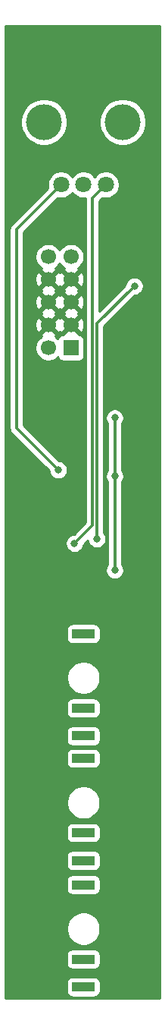
<source format=gbr>
G04 #@! TF.GenerationSoftware,KiCad,Pcbnew,(5.1.5)-3*
G04 #@! TF.CreationDate,2020-05-13T21:41:15+01:00*
G04 #@! TF.ProjectId,Ringo,52696e67-6f2e-46b6-9963-61645f706362,rev?*
G04 #@! TF.SameCoordinates,Original*
G04 #@! TF.FileFunction,Copper,L2,Bot*
G04 #@! TF.FilePolarity,Positive*
%FSLAX46Y46*%
G04 Gerber Fmt 4.6, Leading zero omitted, Abs format (unit mm)*
G04 Created by KiCad (PCBNEW (5.1.5)-3) date 2020-05-13 21:41:15*
%MOMM*%
%LPD*%
G04 APERTURE LIST*
%ADD10C,4.000000*%
%ADD11C,1.800000*%
%ADD12R,2.500000X1.000000*%
%ADD13C,1.700000*%
%ADD14R,1.700000X1.700000*%
%ADD15C,0.800000*%
%ADD16C,0.300000*%
%ADD17C,0.254000*%
G04 APERTURE END LIST*
D10*
X141100000Y-48500000D03*
X149900000Y-48500000D03*
D11*
X143000000Y-55500000D03*
X145500000Y-55500000D03*
X148000000Y-55500000D03*
D12*
X145500000Y-144980000D03*
X145500000Y-141880000D03*
X145500000Y-133580000D03*
D13*
X141560000Y-63540000D03*
X144100000Y-63540000D03*
X141560000Y-66080000D03*
X144100000Y-66080000D03*
X141560000Y-68620000D03*
X144100000Y-68620000D03*
X141560000Y-71160000D03*
X144100000Y-71160000D03*
X141560000Y-73700000D03*
D14*
X144100000Y-73700000D03*
D12*
X145500000Y-116980000D03*
X145500000Y-113880000D03*
X145500000Y-105580000D03*
X145500000Y-130880000D03*
X145500000Y-127780000D03*
X145500000Y-119480000D03*
D15*
X140000000Y-94500000D03*
X142676402Y-87323598D03*
X147000000Y-95000000D03*
X151200000Y-66800000D03*
X149000000Y-98500000D03*
X149000000Y-88000000D03*
X149000000Y-81500000D03*
X144500000Y-95500000D03*
D16*
X142676402Y-87323598D02*
X138000000Y-82647196D01*
X143000000Y-55500000D02*
X138000000Y-60500000D01*
X138000000Y-82647196D02*
X138000000Y-60500000D01*
X147000000Y-71000000D02*
X147000000Y-95000000D01*
X151200000Y-66800000D02*
X147000000Y-71000000D01*
X149000000Y-98500000D02*
X149000000Y-88000000D01*
X149000000Y-88000000D02*
X149000000Y-81500000D01*
X144500000Y-95500000D02*
X146499992Y-93500008D01*
X146499992Y-93500008D02*
X146500000Y-57500000D01*
X146500000Y-57000000D02*
X146500000Y-57500000D01*
X148000000Y-55500000D02*
X146500000Y-57000000D01*
D17*
G36*
X154065001Y-146265000D02*
G01*
X136735000Y-146265000D01*
X136735000Y-144480000D01*
X143611928Y-144480000D01*
X143611928Y-145480000D01*
X143624188Y-145604482D01*
X143660498Y-145724180D01*
X143719463Y-145834494D01*
X143798815Y-145931185D01*
X143895506Y-146010537D01*
X144005820Y-146069502D01*
X144125518Y-146105812D01*
X144250000Y-146118072D01*
X146750000Y-146118072D01*
X146874482Y-146105812D01*
X146994180Y-146069502D01*
X147104494Y-146010537D01*
X147201185Y-145931185D01*
X147280537Y-145834494D01*
X147339502Y-145724180D01*
X147375812Y-145604482D01*
X147388072Y-145480000D01*
X147388072Y-144480000D01*
X147375812Y-144355518D01*
X147339502Y-144235820D01*
X147280537Y-144125506D01*
X147201185Y-144028815D01*
X147104494Y-143949463D01*
X146994180Y-143890498D01*
X146874482Y-143854188D01*
X146750000Y-143841928D01*
X144250000Y-143841928D01*
X144125518Y-143854188D01*
X144005820Y-143890498D01*
X143895506Y-143949463D01*
X143798815Y-144028815D01*
X143719463Y-144125506D01*
X143660498Y-144235820D01*
X143624188Y-144355518D01*
X143611928Y-144480000D01*
X136735000Y-144480000D01*
X136735000Y-141380000D01*
X143611928Y-141380000D01*
X143611928Y-142380000D01*
X143624188Y-142504482D01*
X143660498Y-142624180D01*
X143719463Y-142734494D01*
X143798815Y-142831185D01*
X143895506Y-142910537D01*
X144005820Y-142969502D01*
X144125518Y-143005812D01*
X144250000Y-143018072D01*
X146750000Y-143018072D01*
X146874482Y-143005812D01*
X146994180Y-142969502D01*
X147104494Y-142910537D01*
X147201185Y-142831185D01*
X147280537Y-142734494D01*
X147339502Y-142624180D01*
X147375812Y-142504482D01*
X147388072Y-142380000D01*
X147388072Y-141380000D01*
X147375812Y-141255518D01*
X147339502Y-141135820D01*
X147280537Y-141025506D01*
X147201185Y-140928815D01*
X147104494Y-140849463D01*
X146994180Y-140790498D01*
X146874482Y-140754188D01*
X146750000Y-140741928D01*
X144250000Y-140741928D01*
X144125518Y-140754188D01*
X144005820Y-140790498D01*
X143895506Y-140849463D01*
X143798815Y-140928815D01*
X143719463Y-141025506D01*
X143660498Y-141135820D01*
X143624188Y-141255518D01*
X143611928Y-141380000D01*
X136735000Y-141380000D01*
X136735000Y-138314344D01*
X143615000Y-138314344D01*
X143615000Y-138685656D01*
X143687439Y-139049834D01*
X143829534Y-139392882D01*
X144035825Y-139701618D01*
X144298382Y-139964175D01*
X144607118Y-140170466D01*
X144950166Y-140312561D01*
X145314344Y-140385000D01*
X145685656Y-140385000D01*
X146049834Y-140312561D01*
X146392882Y-140170466D01*
X146701618Y-139964175D01*
X146964175Y-139701618D01*
X147170466Y-139392882D01*
X147312561Y-139049834D01*
X147385000Y-138685656D01*
X147385000Y-138314344D01*
X147312561Y-137950166D01*
X147170466Y-137607118D01*
X146964175Y-137298382D01*
X146701618Y-137035825D01*
X146392882Y-136829534D01*
X146049834Y-136687439D01*
X145685656Y-136615000D01*
X145314344Y-136615000D01*
X144950166Y-136687439D01*
X144607118Y-136829534D01*
X144298382Y-137035825D01*
X144035825Y-137298382D01*
X143829534Y-137607118D01*
X143687439Y-137950166D01*
X143615000Y-138314344D01*
X136735000Y-138314344D01*
X136735000Y-133080000D01*
X143611928Y-133080000D01*
X143611928Y-134080000D01*
X143624188Y-134204482D01*
X143660498Y-134324180D01*
X143719463Y-134434494D01*
X143798815Y-134531185D01*
X143895506Y-134610537D01*
X144005820Y-134669502D01*
X144125518Y-134705812D01*
X144250000Y-134718072D01*
X146750000Y-134718072D01*
X146874482Y-134705812D01*
X146994180Y-134669502D01*
X147104494Y-134610537D01*
X147201185Y-134531185D01*
X147280537Y-134434494D01*
X147339502Y-134324180D01*
X147375812Y-134204482D01*
X147388072Y-134080000D01*
X147388072Y-133080000D01*
X147375812Y-132955518D01*
X147339502Y-132835820D01*
X147280537Y-132725506D01*
X147201185Y-132628815D01*
X147104494Y-132549463D01*
X146994180Y-132490498D01*
X146874482Y-132454188D01*
X146750000Y-132441928D01*
X144250000Y-132441928D01*
X144125518Y-132454188D01*
X144005820Y-132490498D01*
X143895506Y-132549463D01*
X143798815Y-132628815D01*
X143719463Y-132725506D01*
X143660498Y-132835820D01*
X143624188Y-132955518D01*
X143611928Y-133080000D01*
X136735000Y-133080000D01*
X136735000Y-130380000D01*
X143611928Y-130380000D01*
X143611928Y-131380000D01*
X143624188Y-131504482D01*
X143660498Y-131624180D01*
X143719463Y-131734494D01*
X143798815Y-131831185D01*
X143895506Y-131910537D01*
X144005820Y-131969502D01*
X144125518Y-132005812D01*
X144250000Y-132018072D01*
X146750000Y-132018072D01*
X146874482Y-132005812D01*
X146994180Y-131969502D01*
X147104494Y-131910537D01*
X147201185Y-131831185D01*
X147280537Y-131734494D01*
X147339502Y-131624180D01*
X147375812Y-131504482D01*
X147388072Y-131380000D01*
X147388072Y-130380000D01*
X147375812Y-130255518D01*
X147339502Y-130135820D01*
X147280537Y-130025506D01*
X147201185Y-129928815D01*
X147104494Y-129849463D01*
X146994180Y-129790498D01*
X146874482Y-129754188D01*
X146750000Y-129741928D01*
X144250000Y-129741928D01*
X144125518Y-129754188D01*
X144005820Y-129790498D01*
X143895506Y-129849463D01*
X143798815Y-129928815D01*
X143719463Y-130025506D01*
X143660498Y-130135820D01*
X143624188Y-130255518D01*
X143611928Y-130380000D01*
X136735000Y-130380000D01*
X136735000Y-127280000D01*
X143611928Y-127280000D01*
X143611928Y-128280000D01*
X143624188Y-128404482D01*
X143660498Y-128524180D01*
X143719463Y-128634494D01*
X143798815Y-128731185D01*
X143895506Y-128810537D01*
X144005820Y-128869502D01*
X144125518Y-128905812D01*
X144250000Y-128918072D01*
X146750000Y-128918072D01*
X146874482Y-128905812D01*
X146994180Y-128869502D01*
X147104494Y-128810537D01*
X147201185Y-128731185D01*
X147280537Y-128634494D01*
X147339502Y-128524180D01*
X147375812Y-128404482D01*
X147388072Y-128280000D01*
X147388072Y-127280000D01*
X147375812Y-127155518D01*
X147339502Y-127035820D01*
X147280537Y-126925506D01*
X147201185Y-126828815D01*
X147104494Y-126749463D01*
X146994180Y-126690498D01*
X146874482Y-126654188D01*
X146750000Y-126641928D01*
X144250000Y-126641928D01*
X144125518Y-126654188D01*
X144005820Y-126690498D01*
X143895506Y-126749463D01*
X143798815Y-126828815D01*
X143719463Y-126925506D01*
X143660498Y-127035820D01*
X143624188Y-127155518D01*
X143611928Y-127280000D01*
X136735000Y-127280000D01*
X136735000Y-124214344D01*
X143615000Y-124214344D01*
X143615000Y-124585656D01*
X143687439Y-124949834D01*
X143829534Y-125292882D01*
X144035825Y-125601618D01*
X144298382Y-125864175D01*
X144607118Y-126070466D01*
X144950166Y-126212561D01*
X145314344Y-126285000D01*
X145685656Y-126285000D01*
X146049834Y-126212561D01*
X146392882Y-126070466D01*
X146701618Y-125864175D01*
X146964175Y-125601618D01*
X147170466Y-125292882D01*
X147312561Y-124949834D01*
X147385000Y-124585656D01*
X147385000Y-124214344D01*
X147312561Y-123850166D01*
X147170466Y-123507118D01*
X146964175Y-123198382D01*
X146701618Y-122935825D01*
X146392882Y-122729534D01*
X146049834Y-122587439D01*
X145685656Y-122515000D01*
X145314344Y-122515000D01*
X144950166Y-122587439D01*
X144607118Y-122729534D01*
X144298382Y-122935825D01*
X144035825Y-123198382D01*
X143829534Y-123507118D01*
X143687439Y-123850166D01*
X143615000Y-124214344D01*
X136735000Y-124214344D01*
X136735000Y-118980000D01*
X143611928Y-118980000D01*
X143611928Y-119980000D01*
X143624188Y-120104482D01*
X143660498Y-120224180D01*
X143719463Y-120334494D01*
X143798815Y-120431185D01*
X143895506Y-120510537D01*
X144005820Y-120569502D01*
X144125518Y-120605812D01*
X144250000Y-120618072D01*
X146750000Y-120618072D01*
X146874482Y-120605812D01*
X146994180Y-120569502D01*
X147104494Y-120510537D01*
X147201185Y-120431185D01*
X147280537Y-120334494D01*
X147339502Y-120224180D01*
X147375812Y-120104482D01*
X147388072Y-119980000D01*
X147388072Y-118980000D01*
X147375812Y-118855518D01*
X147339502Y-118735820D01*
X147280537Y-118625506D01*
X147201185Y-118528815D01*
X147104494Y-118449463D01*
X146994180Y-118390498D01*
X146874482Y-118354188D01*
X146750000Y-118341928D01*
X144250000Y-118341928D01*
X144125518Y-118354188D01*
X144005820Y-118390498D01*
X143895506Y-118449463D01*
X143798815Y-118528815D01*
X143719463Y-118625506D01*
X143660498Y-118735820D01*
X143624188Y-118855518D01*
X143611928Y-118980000D01*
X136735000Y-118980000D01*
X136735000Y-116480000D01*
X143611928Y-116480000D01*
X143611928Y-117480000D01*
X143624188Y-117604482D01*
X143660498Y-117724180D01*
X143719463Y-117834494D01*
X143798815Y-117931185D01*
X143895506Y-118010537D01*
X144005820Y-118069502D01*
X144125518Y-118105812D01*
X144250000Y-118118072D01*
X146750000Y-118118072D01*
X146874482Y-118105812D01*
X146994180Y-118069502D01*
X147104494Y-118010537D01*
X147201185Y-117931185D01*
X147280537Y-117834494D01*
X147339502Y-117724180D01*
X147375812Y-117604482D01*
X147388072Y-117480000D01*
X147388072Y-116480000D01*
X147375812Y-116355518D01*
X147339502Y-116235820D01*
X147280537Y-116125506D01*
X147201185Y-116028815D01*
X147104494Y-115949463D01*
X146994180Y-115890498D01*
X146874482Y-115854188D01*
X146750000Y-115841928D01*
X144250000Y-115841928D01*
X144125518Y-115854188D01*
X144005820Y-115890498D01*
X143895506Y-115949463D01*
X143798815Y-116028815D01*
X143719463Y-116125506D01*
X143660498Y-116235820D01*
X143624188Y-116355518D01*
X143611928Y-116480000D01*
X136735000Y-116480000D01*
X136735000Y-113380000D01*
X143611928Y-113380000D01*
X143611928Y-114380000D01*
X143624188Y-114504482D01*
X143660498Y-114624180D01*
X143719463Y-114734494D01*
X143798815Y-114831185D01*
X143895506Y-114910537D01*
X144005820Y-114969502D01*
X144125518Y-115005812D01*
X144250000Y-115018072D01*
X146750000Y-115018072D01*
X146874482Y-115005812D01*
X146994180Y-114969502D01*
X147104494Y-114910537D01*
X147201185Y-114831185D01*
X147280537Y-114734494D01*
X147339502Y-114624180D01*
X147375812Y-114504482D01*
X147388072Y-114380000D01*
X147388072Y-113380000D01*
X147375812Y-113255518D01*
X147339502Y-113135820D01*
X147280537Y-113025506D01*
X147201185Y-112928815D01*
X147104494Y-112849463D01*
X146994180Y-112790498D01*
X146874482Y-112754188D01*
X146750000Y-112741928D01*
X144250000Y-112741928D01*
X144125518Y-112754188D01*
X144005820Y-112790498D01*
X143895506Y-112849463D01*
X143798815Y-112928815D01*
X143719463Y-113025506D01*
X143660498Y-113135820D01*
X143624188Y-113255518D01*
X143611928Y-113380000D01*
X136735000Y-113380000D01*
X136735000Y-110314344D01*
X143615000Y-110314344D01*
X143615000Y-110685656D01*
X143687439Y-111049834D01*
X143829534Y-111392882D01*
X144035825Y-111701618D01*
X144298382Y-111964175D01*
X144607118Y-112170466D01*
X144950166Y-112312561D01*
X145314344Y-112385000D01*
X145685656Y-112385000D01*
X146049834Y-112312561D01*
X146392882Y-112170466D01*
X146701618Y-111964175D01*
X146964175Y-111701618D01*
X147170466Y-111392882D01*
X147312561Y-111049834D01*
X147385000Y-110685656D01*
X147385000Y-110314344D01*
X147312561Y-109950166D01*
X147170466Y-109607118D01*
X146964175Y-109298382D01*
X146701618Y-109035825D01*
X146392882Y-108829534D01*
X146049834Y-108687439D01*
X145685656Y-108615000D01*
X145314344Y-108615000D01*
X144950166Y-108687439D01*
X144607118Y-108829534D01*
X144298382Y-109035825D01*
X144035825Y-109298382D01*
X143829534Y-109607118D01*
X143687439Y-109950166D01*
X143615000Y-110314344D01*
X136735000Y-110314344D01*
X136735000Y-105080000D01*
X143611928Y-105080000D01*
X143611928Y-106080000D01*
X143624188Y-106204482D01*
X143660498Y-106324180D01*
X143719463Y-106434494D01*
X143798815Y-106531185D01*
X143895506Y-106610537D01*
X144005820Y-106669502D01*
X144125518Y-106705812D01*
X144250000Y-106718072D01*
X146750000Y-106718072D01*
X146874482Y-106705812D01*
X146994180Y-106669502D01*
X147104494Y-106610537D01*
X147201185Y-106531185D01*
X147280537Y-106434494D01*
X147339502Y-106324180D01*
X147375812Y-106204482D01*
X147388072Y-106080000D01*
X147388072Y-105080000D01*
X147375812Y-104955518D01*
X147339502Y-104835820D01*
X147280537Y-104725506D01*
X147201185Y-104628815D01*
X147104494Y-104549463D01*
X146994180Y-104490498D01*
X146874482Y-104454188D01*
X146750000Y-104441928D01*
X144250000Y-104441928D01*
X144125518Y-104454188D01*
X144005820Y-104490498D01*
X143895506Y-104549463D01*
X143798815Y-104628815D01*
X143719463Y-104725506D01*
X143660498Y-104835820D01*
X143624188Y-104955518D01*
X143611928Y-105080000D01*
X136735000Y-105080000D01*
X136735000Y-60500000D01*
X137211203Y-60500000D01*
X137215001Y-60538563D01*
X137215000Y-82608643D01*
X137211203Y-82647196D01*
X137215000Y-82685749D01*
X137215000Y-82685756D01*
X137226359Y-82801082D01*
X137271246Y-82949055D01*
X137344138Y-83085428D01*
X137442236Y-83204960D01*
X137472190Y-83229543D01*
X141641402Y-87398756D01*
X141641402Y-87425537D01*
X141681176Y-87625496D01*
X141759197Y-87813854D01*
X141872465Y-87983372D01*
X142016628Y-88127535D01*
X142186146Y-88240803D01*
X142374504Y-88318824D01*
X142574463Y-88358598D01*
X142778341Y-88358598D01*
X142978300Y-88318824D01*
X143166658Y-88240803D01*
X143336176Y-88127535D01*
X143480339Y-87983372D01*
X143593607Y-87813854D01*
X143671628Y-87625496D01*
X143711402Y-87425537D01*
X143711402Y-87221659D01*
X143671628Y-87021700D01*
X143593607Y-86833342D01*
X143480339Y-86663824D01*
X143336176Y-86519661D01*
X143166658Y-86406393D01*
X142978300Y-86328372D01*
X142778341Y-86288598D01*
X142751560Y-86288598D01*
X138785000Y-82322039D01*
X138785000Y-73553740D01*
X140075000Y-73553740D01*
X140075000Y-73846260D01*
X140132068Y-74133158D01*
X140244010Y-74403411D01*
X140406525Y-74646632D01*
X140613368Y-74853475D01*
X140856589Y-75015990D01*
X141126842Y-75127932D01*
X141413740Y-75185000D01*
X141706260Y-75185000D01*
X141993158Y-75127932D01*
X142263411Y-75015990D01*
X142506632Y-74853475D01*
X142638487Y-74721620D01*
X142660498Y-74794180D01*
X142719463Y-74904494D01*
X142798815Y-75001185D01*
X142895506Y-75080537D01*
X143005820Y-75139502D01*
X143125518Y-75175812D01*
X143250000Y-75188072D01*
X144950000Y-75188072D01*
X145074482Y-75175812D01*
X145194180Y-75139502D01*
X145304494Y-75080537D01*
X145401185Y-75001185D01*
X145480537Y-74904494D01*
X145539502Y-74794180D01*
X145575812Y-74674482D01*
X145588072Y-74550000D01*
X145588072Y-72850000D01*
X145575812Y-72725518D01*
X145539502Y-72605820D01*
X145480537Y-72495506D01*
X145401185Y-72398815D01*
X145304494Y-72319463D01*
X145194180Y-72260498D01*
X145074482Y-72224188D01*
X144950000Y-72211928D01*
X144941458Y-72211928D01*
X144948792Y-72188397D01*
X144100000Y-71339605D01*
X143251208Y-72188397D01*
X143258542Y-72211928D01*
X143250000Y-72211928D01*
X143125518Y-72224188D01*
X143005820Y-72260498D01*
X142895506Y-72319463D01*
X142798815Y-72398815D01*
X142719463Y-72495506D01*
X142660498Y-72605820D01*
X142638487Y-72678380D01*
X142506632Y-72546525D01*
X142333271Y-72430689D01*
X142408792Y-72188397D01*
X141560000Y-71339605D01*
X140711208Y-72188397D01*
X140786729Y-72430689D01*
X140613368Y-72546525D01*
X140406525Y-72753368D01*
X140244010Y-72996589D01*
X140132068Y-73266842D01*
X140075000Y-73553740D01*
X138785000Y-73553740D01*
X138785000Y-71228531D01*
X140069389Y-71228531D01*
X140111401Y-71518019D01*
X140209081Y-71793747D01*
X140282528Y-71931157D01*
X140531603Y-72008792D01*
X141380395Y-71160000D01*
X141739605Y-71160000D01*
X142588397Y-72008792D01*
X142830000Y-71933486D01*
X143071603Y-72008792D01*
X143920395Y-71160000D01*
X144279605Y-71160000D01*
X145128397Y-72008792D01*
X145377472Y-71931157D01*
X145503371Y-71667117D01*
X145575339Y-71383589D01*
X145590611Y-71091469D01*
X145548599Y-70801981D01*
X145450919Y-70526253D01*
X145377472Y-70388843D01*
X145128397Y-70311208D01*
X144279605Y-71160000D01*
X143920395Y-71160000D01*
X143071603Y-70311208D01*
X142830000Y-70386514D01*
X142588397Y-70311208D01*
X141739605Y-71160000D01*
X141380395Y-71160000D01*
X140531603Y-70311208D01*
X140282528Y-70388843D01*
X140156629Y-70652883D01*
X140084661Y-70936411D01*
X140069389Y-71228531D01*
X138785000Y-71228531D01*
X138785000Y-69648397D01*
X140711208Y-69648397D01*
X140786514Y-69890000D01*
X140711208Y-70131603D01*
X141560000Y-70980395D01*
X142408792Y-70131603D01*
X142333486Y-69890000D01*
X142408792Y-69648397D01*
X143251208Y-69648397D01*
X143326514Y-69890000D01*
X143251208Y-70131603D01*
X144100000Y-70980395D01*
X144948792Y-70131603D01*
X144873486Y-69890000D01*
X144948792Y-69648397D01*
X144100000Y-68799605D01*
X143251208Y-69648397D01*
X142408792Y-69648397D01*
X141560000Y-68799605D01*
X140711208Y-69648397D01*
X138785000Y-69648397D01*
X138785000Y-68688531D01*
X140069389Y-68688531D01*
X140111401Y-68978019D01*
X140209081Y-69253747D01*
X140282528Y-69391157D01*
X140531603Y-69468792D01*
X141380395Y-68620000D01*
X141739605Y-68620000D01*
X142588397Y-69468792D01*
X142830000Y-69393486D01*
X143071603Y-69468792D01*
X143920395Y-68620000D01*
X144279605Y-68620000D01*
X145128397Y-69468792D01*
X145377472Y-69391157D01*
X145503371Y-69127117D01*
X145575339Y-68843589D01*
X145590611Y-68551469D01*
X145548599Y-68261981D01*
X145450919Y-67986253D01*
X145377472Y-67848843D01*
X145128397Y-67771208D01*
X144279605Y-68620000D01*
X143920395Y-68620000D01*
X143071603Y-67771208D01*
X142830000Y-67846514D01*
X142588397Y-67771208D01*
X141739605Y-68620000D01*
X141380395Y-68620000D01*
X140531603Y-67771208D01*
X140282528Y-67848843D01*
X140156629Y-68112883D01*
X140084661Y-68396411D01*
X140069389Y-68688531D01*
X138785000Y-68688531D01*
X138785000Y-67108397D01*
X140711208Y-67108397D01*
X140786514Y-67350000D01*
X140711208Y-67591603D01*
X141560000Y-68440395D01*
X142408792Y-67591603D01*
X142333486Y-67350000D01*
X142408792Y-67108397D01*
X143251208Y-67108397D01*
X143326514Y-67350000D01*
X143251208Y-67591603D01*
X144100000Y-68440395D01*
X144948792Y-67591603D01*
X144873486Y-67350000D01*
X144948792Y-67108397D01*
X144100000Y-66259605D01*
X143251208Y-67108397D01*
X142408792Y-67108397D01*
X141560000Y-66259605D01*
X140711208Y-67108397D01*
X138785000Y-67108397D01*
X138785000Y-66148531D01*
X140069389Y-66148531D01*
X140111401Y-66438019D01*
X140209081Y-66713747D01*
X140282528Y-66851157D01*
X140531603Y-66928792D01*
X141380395Y-66080000D01*
X141739605Y-66080000D01*
X142588397Y-66928792D01*
X142830000Y-66853486D01*
X143071603Y-66928792D01*
X143920395Y-66080000D01*
X144279605Y-66080000D01*
X145128397Y-66928792D01*
X145377472Y-66851157D01*
X145503371Y-66587117D01*
X145575339Y-66303589D01*
X145590611Y-66011469D01*
X145548599Y-65721981D01*
X145450919Y-65446253D01*
X145377472Y-65308843D01*
X145128397Y-65231208D01*
X144279605Y-66080000D01*
X143920395Y-66080000D01*
X143071603Y-65231208D01*
X142830000Y-65306514D01*
X142588397Y-65231208D01*
X141739605Y-66080000D01*
X141380395Y-66080000D01*
X140531603Y-65231208D01*
X140282528Y-65308843D01*
X140156629Y-65572883D01*
X140084661Y-65856411D01*
X140069389Y-66148531D01*
X138785000Y-66148531D01*
X138785000Y-63393740D01*
X140075000Y-63393740D01*
X140075000Y-63686260D01*
X140132068Y-63973158D01*
X140244010Y-64243411D01*
X140406525Y-64486632D01*
X140613368Y-64693475D01*
X140786729Y-64809311D01*
X140711208Y-65051603D01*
X141560000Y-65900395D01*
X142408792Y-65051603D01*
X142333271Y-64809311D01*
X142506632Y-64693475D01*
X142713475Y-64486632D01*
X142830000Y-64312240D01*
X142946525Y-64486632D01*
X143153368Y-64693475D01*
X143326729Y-64809311D01*
X143251208Y-65051603D01*
X144100000Y-65900395D01*
X144948792Y-65051603D01*
X144873271Y-64809311D01*
X145046632Y-64693475D01*
X145253475Y-64486632D01*
X145415990Y-64243411D01*
X145527932Y-63973158D01*
X145585000Y-63686260D01*
X145585000Y-63393740D01*
X145527932Y-63106842D01*
X145415990Y-62836589D01*
X145253475Y-62593368D01*
X145046632Y-62386525D01*
X144803411Y-62224010D01*
X144533158Y-62112068D01*
X144246260Y-62055000D01*
X143953740Y-62055000D01*
X143666842Y-62112068D01*
X143396589Y-62224010D01*
X143153368Y-62386525D01*
X142946525Y-62593368D01*
X142830000Y-62767760D01*
X142713475Y-62593368D01*
X142506632Y-62386525D01*
X142263411Y-62224010D01*
X141993158Y-62112068D01*
X141706260Y-62055000D01*
X141413740Y-62055000D01*
X141126842Y-62112068D01*
X140856589Y-62224010D01*
X140613368Y-62386525D01*
X140406525Y-62593368D01*
X140244010Y-62836589D01*
X140132068Y-63106842D01*
X140075000Y-63393740D01*
X138785000Y-63393740D01*
X138785000Y-60825157D01*
X142620560Y-56989597D01*
X142848816Y-57035000D01*
X143151184Y-57035000D01*
X143447743Y-56976011D01*
X143727095Y-56860299D01*
X143978505Y-56692312D01*
X144192312Y-56478505D01*
X144250000Y-56392169D01*
X144307688Y-56478505D01*
X144521495Y-56692312D01*
X144772905Y-56860299D01*
X145052257Y-56976011D01*
X145348816Y-57035000D01*
X145651184Y-57035000D01*
X145713431Y-57022618D01*
X145715000Y-57038553D01*
X145715000Y-57538561D01*
X145715001Y-57538571D01*
X145714992Y-93174851D01*
X144424843Y-94465000D01*
X144398061Y-94465000D01*
X144198102Y-94504774D01*
X144009744Y-94582795D01*
X143840226Y-94696063D01*
X143696063Y-94840226D01*
X143582795Y-95009744D01*
X143504774Y-95198102D01*
X143465000Y-95398061D01*
X143465000Y-95601939D01*
X143504774Y-95801898D01*
X143582795Y-95990256D01*
X143696063Y-96159774D01*
X143840226Y-96303937D01*
X144009744Y-96417205D01*
X144198102Y-96495226D01*
X144398061Y-96535000D01*
X144601939Y-96535000D01*
X144801898Y-96495226D01*
X144990256Y-96417205D01*
X145159774Y-96303937D01*
X145303937Y-96159774D01*
X145417205Y-95990256D01*
X145495226Y-95801898D01*
X145535000Y-95601939D01*
X145535000Y-95575157D01*
X145972170Y-95137987D01*
X146004774Y-95301898D01*
X146082795Y-95490256D01*
X146196063Y-95659774D01*
X146340226Y-95803937D01*
X146509744Y-95917205D01*
X146698102Y-95995226D01*
X146898061Y-96035000D01*
X147101939Y-96035000D01*
X147301898Y-95995226D01*
X147490256Y-95917205D01*
X147659774Y-95803937D01*
X147803937Y-95659774D01*
X147917205Y-95490256D01*
X147995226Y-95301898D01*
X148035000Y-95101939D01*
X148035000Y-94898061D01*
X147995226Y-94698102D01*
X147917205Y-94509744D01*
X147803937Y-94340226D01*
X147785000Y-94321289D01*
X147785000Y-81398061D01*
X147965000Y-81398061D01*
X147965000Y-81601939D01*
X148004774Y-81801898D01*
X148082795Y-81990256D01*
X148196063Y-82159774D01*
X148215001Y-82178712D01*
X148215000Y-87321289D01*
X148196063Y-87340226D01*
X148082795Y-87509744D01*
X148004774Y-87698102D01*
X147965000Y-87898061D01*
X147965000Y-88101939D01*
X148004774Y-88301898D01*
X148082795Y-88490256D01*
X148196063Y-88659774D01*
X148215001Y-88678712D01*
X148215000Y-97821289D01*
X148196063Y-97840226D01*
X148082795Y-98009744D01*
X148004774Y-98198102D01*
X147965000Y-98398061D01*
X147965000Y-98601939D01*
X148004774Y-98801898D01*
X148082795Y-98990256D01*
X148196063Y-99159774D01*
X148340226Y-99303937D01*
X148509744Y-99417205D01*
X148698102Y-99495226D01*
X148898061Y-99535000D01*
X149101939Y-99535000D01*
X149301898Y-99495226D01*
X149490256Y-99417205D01*
X149659774Y-99303937D01*
X149803937Y-99159774D01*
X149917205Y-98990256D01*
X149995226Y-98801898D01*
X150035000Y-98601939D01*
X150035000Y-98398061D01*
X149995226Y-98198102D01*
X149917205Y-98009744D01*
X149803937Y-97840226D01*
X149785000Y-97821289D01*
X149785000Y-88678711D01*
X149803937Y-88659774D01*
X149917205Y-88490256D01*
X149995226Y-88301898D01*
X150035000Y-88101939D01*
X150035000Y-87898061D01*
X149995226Y-87698102D01*
X149917205Y-87509744D01*
X149803937Y-87340226D01*
X149785000Y-87321289D01*
X149785000Y-82178711D01*
X149803937Y-82159774D01*
X149917205Y-81990256D01*
X149995226Y-81801898D01*
X150035000Y-81601939D01*
X150035000Y-81398061D01*
X149995226Y-81198102D01*
X149917205Y-81009744D01*
X149803937Y-80840226D01*
X149659774Y-80696063D01*
X149490256Y-80582795D01*
X149301898Y-80504774D01*
X149101939Y-80465000D01*
X148898061Y-80465000D01*
X148698102Y-80504774D01*
X148509744Y-80582795D01*
X148340226Y-80696063D01*
X148196063Y-80840226D01*
X148082795Y-81009744D01*
X148004774Y-81198102D01*
X147965000Y-81398061D01*
X147785000Y-81398061D01*
X147785000Y-71325157D01*
X151275158Y-67835000D01*
X151301939Y-67835000D01*
X151501898Y-67795226D01*
X151690256Y-67717205D01*
X151859774Y-67603937D01*
X152003937Y-67459774D01*
X152117205Y-67290256D01*
X152195226Y-67101898D01*
X152235000Y-66901939D01*
X152235000Y-66698061D01*
X152195226Y-66498102D01*
X152117205Y-66309744D01*
X152003937Y-66140226D01*
X151859774Y-65996063D01*
X151690256Y-65882795D01*
X151501898Y-65804774D01*
X151301939Y-65765000D01*
X151098061Y-65765000D01*
X150898102Y-65804774D01*
X150709744Y-65882795D01*
X150540226Y-65996063D01*
X150396063Y-66140226D01*
X150282795Y-66309744D01*
X150204774Y-66498102D01*
X150165000Y-66698061D01*
X150165000Y-66724842D01*
X147284997Y-69604846D01*
X147285000Y-57461440D01*
X147285000Y-57325157D01*
X147620560Y-56989597D01*
X147848816Y-57035000D01*
X148151184Y-57035000D01*
X148447743Y-56976011D01*
X148727095Y-56860299D01*
X148978505Y-56692312D01*
X149192312Y-56478505D01*
X149360299Y-56227095D01*
X149476011Y-55947743D01*
X149535000Y-55651184D01*
X149535000Y-55348816D01*
X149476011Y-55052257D01*
X149360299Y-54772905D01*
X149192312Y-54521495D01*
X148978505Y-54307688D01*
X148727095Y-54139701D01*
X148447743Y-54023989D01*
X148151184Y-53965000D01*
X147848816Y-53965000D01*
X147552257Y-54023989D01*
X147272905Y-54139701D01*
X147021495Y-54307688D01*
X146807688Y-54521495D01*
X146750000Y-54607831D01*
X146692312Y-54521495D01*
X146478505Y-54307688D01*
X146227095Y-54139701D01*
X145947743Y-54023989D01*
X145651184Y-53965000D01*
X145348816Y-53965000D01*
X145052257Y-54023989D01*
X144772905Y-54139701D01*
X144521495Y-54307688D01*
X144307688Y-54521495D01*
X144250000Y-54607831D01*
X144192312Y-54521495D01*
X143978505Y-54307688D01*
X143727095Y-54139701D01*
X143447743Y-54023989D01*
X143151184Y-53965000D01*
X142848816Y-53965000D01*
X142552257Y-54023989D01*
X142272905Y-54139701D01*
X142021495Y-54307688D01*
X141807688Y-54521495D01*
X141639701Y-54772905D01*
X141523989Y-55052257D01*
X141465000Y-55348816D01*
X141465000Y-55651184D01*
X141510403Y-55879440D01*
X137472185Y-59917658D01*
X137442237Y-59942236D01*
X137417659Y-59972184D01*
X137417655Y-59972188D01*
X137384690Y-60012356D01*
X137344139Y-60061767D01*
X137305177Y-60134660D01*
X137271246Y-60198141D01*
X137226359Y-60346114D01*
X137211203Y-60500000D01*
X136735000Y-60500000D01*
X136735000Y-48240475D01*
X138465000Y-48240475D01*
X138465000Y-48759525D01*
X138566261Y-49268601D01*
X138764893Y-49748141D01*
X139053262Y-50179715D01*
X139420285Y-50546738D01*
X139851859Y-50835107D01*
X140331399Y-51033739D01*
X140840475Y-51135000D01*
X141359525Y-51135000D01*
X141868601Y-51033739D01*
X142348141Y-50835107D01*
X142779715Y-50546738D01*
X143146738Y-50179715D01*
X143435107Y-49748141D01*
X143633739Y-49268601D01*
X143735000Y-48759525D01*
X143735000Y-48240475D01*
X147265000Y-48240475D01*
X147265000Y-48759525D01*
X147366261Y-49268601D01*
X147564893Y-49748141D01*
X147853262Y-50179715D01*
X148220285Y-50546738D01*
X148651859Y-50835107D01*
X149131399Y-51033739D01*
X149640475Y-51135000D01*
X150159525Y-51135000D01*
X150668601Y-51033739D01*
X151148141Y-50835107D01*
X151579715Y-50546738D01*
X151946738Y-50179715D01*
X152235107Y-49748141D01*
X152433739Y-49268601D01*
X152535000Y-48759525D01*
X152535000Y-48240475D01*
X152433739Y-47731399D01*
X152235107Y-47251859D01*
X151946738Y-46820285D01*
X151579715Y-46453262D01*
X151148141Y-46164893D01*
X150668601Y-45966261D01*
X150159525Y-45865000D01*
X149640475Y-45865000D01*
X149131399Y-45966261D01*
X148651859Y-46164893D01*
X148220285Y-46453262D01*
X147853262Y-46820285D01*
X147564893Y-47251859D01*
X147366261Y-47731399D01*
X147265000Y-48240475D01*
X143735000Y-48240475D01*
X143633739Y-47731399D01*
X143435107Y-47251859D01*
X143146738Y-46820285D01*
X142779715Y-46453262D01*
X142348141Y-46164893D01*
X141868601Y-45966261D01*
X141359525Y-45865000D01*
X140840475Y-45865000D01*
X140331399Y-45966261D01*
X139851859Y-46164893D01*
X139420285Y-46453262D01*
X139053262Y-46820285D01*
X138764893Y-47251859D01*
X138566261Y-47731399D01*
X138465000Y-48240475D01*
X136735000Y-48240475D01*
X136735000Y-37735000D01*
X154065000Y-37735000D01*
X154065001Y-146265000D01*
G37*
X154065001Y-146265000D02*
X136735000Y-146265000D01*
X136735000Y-144480000D01*
X143611928Y-144480000D01*
X143611928Y-145480000D01*
X143624188Y-145604482D01*
X143660498Y-145724180D01*
X143719463Y-145834494D01*
X143798815Y-145931185D01*
X143895506Y-146010537D01*
X144005820Y-146069502D01*
X144125518Y-146105812D01*
X144250000Y-146118072D01*
X146750000Y-146118072D01*
X146874482Y-146105812D01*
X146994180Y-146069502D01*
X147104494Y-146010537D01*
X147201185Y-145931185D01*
X147280537Y-145834494D01*
X147339502Y-145724180D01*
X147375812Y-145604482D01*
X147388072Y-145480000D01*
X147388072Y-144480000D01*
X147375812Y-144355518D01*
X147339502Y-144235820D01*
X147280537Y-144125506D01*
X147201185Y-144028815D01*
X147104494Y-143949463D01*
X146994180Y-143890498D01*
X146874482Y-143854188D01*
X146750000Y-143841928D01*
X144250000Y-143841928D01*
X144125518Y-143854188D01*
X144005820Y-143890498D01*
X143895506Y-143949463D01*
X143798815Y-144028815D01*
X143719463Y-144125506D01*
X143660498Y-144235820D01*
X143624188Y-144355518D01*
X143611928Y-144480000D01*
X136735000Y-144480000D01*
X136735000Y-141380000D01*
X143611928Y-141380000D01*
X143611928Y-142380000D01*
X143624188Y-142504482D01*
X143660498Y-142624180D01*
X143719463Y-142734494D01*
X143798815Y-142831185D01*
X143895506Y-142910537D01*
X144005820Y-142969502D01*
X144125518Y-143005812D01*
X144250000Y-143018072D01*
X146750000Y-143018072D01*
X146874482Y-143005812D01*
X146994180Y-142969502D01*
X147104494Y-142910537D01*
X147201185Y-142831185D01*
X147280537Y-142734494D01*
X147339502Y-142624180D01*
X147375812Y-142504482D01*
X147388072Y-142380000D01*
X147388072Y-141380000D01*
X147375812Y-141255518D01*
X147339502Y-141135820D01*
X147280537Y-141025506D01*
X147201185Y-140928815D01*
X147104494Y-140849463D01*
X146994180Y-140790498D01*
X146874482Y-140754188D01*
X146750000Y-140741928D01*
X144250000Y-140741928D01*
X144125518Y-140754188D01*
X144005820Y-140790498D01*
X143895506Y-140849463D01*
X143798815Y-140928815D01*
X143719463Y-141025506D01*
X143660498Y-141135820D01*
X143624188Y-141255518D01*
X143611928Y-141380000D01*
X136735000Y-141380000D01*
X136735000Y-138314344D01*
X143615000Y-138314344D01*
X143615000Y-138685656D01*
X143687439Y-139049834D01*
X143829534Y-139392882D01*
X144035825Y-139701618D01*
X144298382Y-139964175D01*
X144607118Y-140170466D01*
X144950166Y-140312561D01*
X145314344Y-140385000D01*
X145685656Y-140385000D01*
X146049834Y-140312561D01*
X146392882Y-140170466D01*
X146701618Y-139964175D01*
X146964175Y-139701618D01*
X147170466Y-139392882D01*
X147312561Y-139049834D01*
X147385000Y-138685656D01*
X147385000Y-138314344D01*
X147312561Y-137950166D01*
X147170466Y-137607118D01*
X146964175Y-137298382D01*
X146701618Y-137035825D01*
X146392882Y-136829534D01*
X146049834Y-136687439D01*
X145685656Y-136615000D01*
X145314344Y-136615000D01*
X144950166Y-136687439D01*
X144607118Y-136829534D01*
X144298382Y-137035825D01*
X144035825Y-137298382D01*
X143829534Y-137607118D01*
X143687439Y-137950166D01*
X143615000Y-138314344D01*
X136735000Y-138314344D01*
X136735000Y-133080000D01*
X143611928Y-133080000D01*
X143611928Y-134080000D01*
X143624188Y-134204482D01*
X143660498Y-134324180D01*
X143719463Y-134434494D01*
X143798815Y-134531185D01*
X143895506Y-134610537D01*
X144005820Y-134669502D01*
X144125518Y-134705812D01*
X144250000Y-134718072D01*
X146750000Y-134718072D01*
X146874482Y-134705812D01*
X146994180Y-134669502D01*
X147104494Y-134610537D01*
X147201185Y-134531185D01*
X147280537Y-134434494D01*
X147339502Y-134324180D01*
X147375812Y-134204482D01*
X147388072Y-134080000D01*
X147388072Y-133080000D01*
X147375812Y-132955518D01*
X147339502Y-132835820D01*
X147280537Y-132725506D01*
X147201185Y-132628815D01*
X147104494Y-132549463D01*
X146994180Y-132490498D01*
X146874482Y-132454188D01*
X146750000Y-132441928D01*
X144250000Y-132441928D01*
X144125518Y-132454188D01*
X144005820Y-132490498D01*
X143895506Y-132549463D01*
X143798815Y-132628815D01*
X143719463Y-132725506D01*
X143660498Y-132835820D01*
X143624188Y-132955518D01*
X143611928Y-133080000D01*
X136735000Y-133080000D01*
X136735000Y-130380000D01*
X143611928Y-130380000D01*
X143611928Y-131380000D01*
X143624188Y-131504482D01*
X143660498Y-131624180D01*
X143719463Y-131734494D01*
X143798815Y-131831185D01*
X143895506Y-131910537D01*
X144005820Y-131969502D01*
X144125518Y-132005812D01*
X144250000Y-132018072D01*
X146750000Y-132018072D01*
X146874482Y-132005812D01*
X146994180Y-131969502D01*
X147104494Y-131910537D01*
X147201185Y-131831185D01*
X147280537Y-131734494D01*
X147339502Y-131624180D01*
X147375812Y-131504482D01*
X147388072Y-131380000D01*
X147388072Y-130380000D01*
X147375812Y-130255518D01*
X147339502Y-130135820D01*
X147280537Y-130025506D01*
X147201185Y-129928815D01*
X147104494Y-129849463D01*
X146994180Y-129790498D01*
X146874482Y-129754188D01*
X146750000Y-129741928D01*
X144250000Y-129741928D01*
X144125518Y-129754188D01*
X144005820Y-129790498D01*
X143895506Y-129849463D01*
X143798815Y-129928815D01*
X143719463Y-130025506D01*
X143660498Y-130135820D01*
X143624188Y-130255518D01*
X143611928Y-130380000D01*
X136735000Y-130380000D01*
X136735000Y-127280000D01*
X143611928Y-127280000D01*
X143611928Y-128280000D01*
X143624188Y-128404482D01*
X143660498Y-128524180D01*
X143719463Y-128634494D01*
X143798815Y-128731185D01*
X143895506Y-128810537D01*
X144005820Y-128869502D01*
X144125518Y-128905812D01*
X144250000Y-128918072D01*
X146750000Y-128918072D01*
X146874482Y-128905812D01*
X146994180Y-128869502D01*
X147104494Y-128810537D01*
X147201185Y-128731185D01*
X147280537Y-128634494D01*
X147339502Y-128524180D01*
X147375812Y-128404482D01*
X147388072Y-128280000D01*
X147388072Y-127280000D01*
X147375812Y-127155518D01*
X147339502Y-127035820D01*
X147280537Y-126925506D01*
X147201185Y-126828815D01*
X147104494Y-126749463D01*
X146994180Y-126690498D01*
X146874482Y-126654188D01*
X146750000Y-126641928D01*
X144250000Y-126641928D01*
X144125518Y-126654188D01*
X144005820Y-126690498D01*
X143895506Y-126749463D01*
X143798815Y-126828815D01*
X143719463Y-126925506D01*
X143660498Y-127035820D01*
X143624188Y-127155518D01*
X143611928Y-127280000D01*
X136735000Y-127280000D01*
X136735000Y-124214344D01*
X143615000Y-124214344D01*
X143615000Y-124585656D01*
X143687439Y-124949834D01*
X143829534Y-125292882D01*
X144035825Y-125601618D01*
X144298382Y-125864175D01*
X144607118Y-126070466D01*
X144950166Y-126212561D01*
X145314344Y-126285000D01*
X145685656Y-126285000D01*
X146049834Y-126212561D01*
X146392882Y-126070466D01*
X146701618Y-125864175D01*
X146964175Y-125601618D01*
X147170466Y-125292882D01*
X147312561Y-124949834D01*
X147385000Y-124585656D01*
X147385000Y-124214344D01*
X147312561Y-123850166D01*
X147170466Y-123507118D01*
X146964175Y-123198382D01*
X146701618Y-122935825D01*
X146392882Y-122729534D01*
X146049834Y-122587439D01*
X145685656Y-122515000D01*
X145314344Y-122515000D01*
X144950166Y-122587439D01*
X144607118Y-122729534D01*
X144298382Y-122935825D01*
X144035825Y-123198382D01*
X143829534Y-123507118D01*
X143687439Y-123850166D01*
X143615000Y-124214344D01*
X136735000Y-124214344D01*
X136735000Y-118980000D01*
X143611928Y-118980000D01*
X143611928Y-119980000D01*
X143624188Y-120104482D01*
X143660498Y-120224180D01*
X143719463Y-120334494D01*
X143798815Y-120431185D01*
X143895506Y-120510537D01*
X144005820Y-120569502D01*
X144125518Y-120605812D01*
X144250000Y-120618072D01*
X146750000Y-120618072D01*
X146874482Y-120605812D01*
X146994180Y-120569502D01*
X147104494Y-120510537D01*
X147201185Y-120431185D01*
X147280537Y-120334494D01*
X147339502Y-120224180D01*
X147375812Y-120104482D01*
X147388072Y-119980000D01*
X147388072Y-118980000D01*
X147375812Y-118855518D01*
X147339502Y-118735820D01*
X147280537Y-118625506D01*
X147201185Y-118528815D01*
X147104494Y-118449463D01*
X146994180Y-118390498D01*
X146874482Y-118354188D01*
X146750000Y-118341928D01*
X144250000Y-118341928D01*
X144125518Y-118354188D01*
X144005820Y-118390498D01*
X143895506Y-118449463D01*
X143798815Y-118528815D01*
X143719463Y-118625506D01*
X143660498Y-118735820D01*
X143624188Y-118855518D01*
X143611928Y-118980000D01*
X136735000Y-118980000D01*
X136735000Y-116480000D01*
X143611928Y-116480000D01*
X143611928Y-117480000D01*
X143624188Y-117604482D01*
X143660498Y-117724180D01*
X143719463Y-117834494D01*
X143798815Y-117931185D01*
X143895506Y-118010537D01*
X144005820Y-118069502D01*
X144125518Y-118105812D01*
X144250000Y-118118072D01*
X146750000Y-118118072D01*
X146874482Y-118105812D01*
X146994180Y-118069502D01*
X147104494Y-118010537D01*
X147201185Y-117931185D01*
X147280537Y-117834494D01*
X147339502Y-117724180D01*
X147375812Y-117604482D01*
X147388072Y-117480000D01*
X147388072Y-116480000D01*
X147375812Y-116355518D01*
X147339502Y-116235820D01*
X147280537Y-116125506D01*
X147201185Y-116028815D01*
X147104494Y-115949463D01*
X146994180Y-115890498D01*
X146874482Y-115854188D01*
X146750000Y-115841928D01*
X144250000Y-115841928D01*
X144125518Y-115854188D01*
X144005820Y-115890498D01*
X143895506Y-115949463D01*
X143798815Y-116028815D01*
X143719463Y-116125506D01*
X143660498Y-116235820D01*
X143624188Y-116355518D01*
X143611928Y-116480000D01*
X136735000Y-116480000D01*
X136735000Y-113380000D01*
X143611928Y-113380000D01*
X143611928Y-114380000D01*
X143624188Y-114504482D01*
X143660498Y-114624180D01*
X143719463Y-114734494D01*
X143798815Y-114831185D01*
X143895506Y-114910537D01*
X144005820Y-114969502D01*
X144125518Y-115005812D01*
X144250000Y-115018072D01*
X146750000Y-115018072D01*
X146874482Y-115005812D01*
X146994180Y-114969502D01*
X147104494Y-114910537D01*
X147201185Y-114831185D01*
X147280537Y-114734494D01*
X147339502Y-114624180D01*
X147375812Y-114504482D01*
X147388072Y-114380000D01*
X147388072Y-113380000D01*
X147375812Y-113255518D01*
X147339502Y-113135820D01*
X147280537Y-113025506D01*
X147201185Y-112928815D01*
X147104494Y-112849463D01*
X146994180Y-112790498D01*
X146874482Y-112754188D01*
X146750000Y-112741928D01*
X144250000Y-112741928D01*
X144125518Y-112754188D01*
X144005820Y-112790498D01*
X143895506Y-112849463D01*
X143798815Y-112928815D01*
X143719463Y-113025506D01*
X143660498Y-113135820D01*
X143624188Y-113255518D01*
X143611928Y-113380000D01*
X136735000Y-113380000D01*
X136735000Y-110314344D01*
X143615000Y-110314344D01*
X143615000Y-110685656D01*
X143687439Y-111049834D01*
X143829534Y-111392882D01*
X144035825Y-111701618D01*
X144298382Y-111964175D01*
X144607118Y-112170466D01*
X144950166Y-112312561D01*
X145314344Y-112385000D01*
X145685656Y-112385000D01*
X146049834Y-112312561D01*
X146392882Y-112170466D01*
X146701618Y-111964175D01*
X146964175Y-111701618D01*
X147170466Y-111392882D01*
X147312561Y-111049834D01*
X147385000Y-110685656D01*
X147385000Y-110314344D01*
X147312561Y-109950166D01*
X147170466Y-109607118D01*
X146964175Y-109298382D01*
X146701618Y-109035825D01*
X146392882Y-108829534D01*
X146049834Y-108687439D01*
X145685656Y-108615000D01*
X145314344Y-108615000D01*
X144950166Y-108687439D01*
X144607118Y-108829534D01*
X144298382Y-109035825D01*
X144035825Y-109298382D01*
X143829534Y-109607118D01*
X143687439Y-109950166D01*
X143615000Y-110314344D01*
X136735000Y-110314344D01*
X136735000Y-105080000D01*
X143611928Y-105080000D01*
X143611928Y-106080000D01*
X143624188Y-106204482D01*
X143660498Y-106324180D01*
X143719463Y-106434494D01*
X143798815Y-106531185D01*
X143895506Y-106610537D01*
X144005820Y-106669502D01*
X144125518Y-106705812D01*
X144250000Y-106718072D01*
X146750000Y-106718072D01*
X146874482Y-106705812D01*
X146994180Y-106669502D01*
X147104494Y-106610537D01*
X147201185Y-106531185D01*
X147280537Y-106434494D01*
X147339502Y-106324180D01*
X147375812Y-106204482D01*
X147388072Y-106080000D01*
X147388072Y-105080000D01*
X147375812Y-104955518D01*
X147339502Y-104835820D01*
X147280537Y-104725506D01*
X147201185Y-104628815D01*
X147104494Y-104549463D01*
X146994180Y-104490498D01*
X146874482Y-104454188D01*
X146750000Y-104441928D01*
X144250000Y-104441928D01*
X144125518Y-104454188D01*
X144005820Y-104490498D01*
X143895506Y-104549463D01*
X143798815Y-104628815D01*
X143719463Y-104725506D01*
X143660498Y-104835820D01*
X143624188Y-104955518D01*
X143611928Y-105080000D01*
X136735000Y-105080000D01*
X136735000Y-60500000D01*
X137211203Y-60500000D01*
X137215001Y-60538563D01*
X137215000Y-82608643D01*
X137211203Y-82647196D01*
X137215000Y-82685749D01*
X137215000Y-82685756D01*
X137226359Y-82801082D01*
X137271246Y-82949055D01*
X137344138Y-83085428D01*
X137442236Y-83204960D01*
X137472190Y-83229543D01*
X141641402Y-87398756D01*
X141641402Y-87425537D01*
X141681176Y-87625496D01*
X141759197Y-87813854D01*
X141872465Y-87983372D01*
X142016628Y-88127535D01*
X142186146Y-88240803D01*
X142374504Y-88318824D01*
X142574463Y-88358598D01*
X142778341Y-88358598D01*
X142978300Y-88318824D01*
X143166658Y-88240803D01*
X143336176Y-88127535D01*
X143480339Y-87983372D01*
X143593607Y-87813854D01*
X143671628Y-87625496D01*
X143711402Y-87425537D01*
X143711402Y-87221659D01*
X143671628Y-87021700D01*
X143593607Y-86833342D01*
X143480339Y-86663824D01*
X143336176Y-86519661D01*
X143166658Y-86406393D01*
X142978300Y-86328372D01*
X142778341Y-86288598D01*
X142751560Y-86288598D01*
X138785000Y-82322039D01*
X138785000Y-73553740D01*
X140075000Y-73553740D01*
X140075000Y-73846260D01*
X140132068Y-74133158D01*
X140244010Y-74403411D01*
X140406525Y-74646632D01*
X140613368Y-74853475D01*
X140856589Y-75015990D01*
X141126842Y-75127932D01*
X141413740Y-75185000D01*
X141706260Y-75185000D01*
X141993158Y-75127932D01*
X142263411Y-75015990D01*
X142506632Y-74853475D01*
X142638487Y-74721620D01*
X142660498Y-74794180D01*
X142719463Y-74904494D01*
X142798815Y-75001185D01*
X142895506Y-75080537D01*
X143005820Y-75139502D01*
X143125518Y-75175812D01*
X143250000Y-75188072D01*
X144950000Y-75188072D01*
X145074482Y-75175812D01*
X145194180Y-75139502D01*
X145304494Y-75080537D01*
X145401185Y-75001185D01*
X145480537Y-74904494D01*
X145539502Y-74794180D01*
X145575812Y-74674482D01*
X145588072Y-74550000D01*
X145588072Y-72850000D01*
X145575812Y-72725518D01*
X145539502Y-72605820D01*
X145480537Y-72495506D01*
X145401185Y-72398815D01*
X145304494Y-72319463D01*
X145194180Y-72260498D01*
X145074482Y-72224188D01*
X144950000Y-72211928D01*
X144941458Y-72211928D01*
X144948792Y-72188397D01*
X144100000Y-71339605D01*
X143251208Y-72188397D01*
X143258542Y-72211928D01*
X143250000Y-72211928D01*
X143125518Y-72224188D01*
X143005820Y-72260498D01*
X142895506Y-72319463D01*
X142798815Y-72398815D01*
X142719463Y-72495506D01*
X142660498Y-72605820D01*
X142638487Y-72678380D01*
X142506632Y-72546525D01*
X142333271Y-72430689D01*
X142408792Y-72188397D01*
X141560000Y-71339605D01*
X140711208Y-72188397D01*
X140786729Y-72430689D01*
X140613368Y-72546525D01*
X140406525Y-72753368D01*
X140244010Y-72996589D01*
X140132068Y-73266842D01*
X140075000Y-73553740D01*
X138785000Y-73553740D01*
X138785000Y-71228531D01*
X140069389Y-71228531D01*
X140111401Y-71518019D01*
X140209081Y-71793747D01*
X140282528Y-71931157D01*
X140531603Y-72008792D01*
X141380395Y-71160000D01*
X141739605Y-71160000D01*
X142588397Y-72008792D01*
X142830000Y-71933486D01*
X143071603Y-72008792D01*
X143920395Y-71160000D01*
X144279605Y-71160000D01*
X145128397Y-72008792D01*
X145377472Y-71931157D01*
X145503371Y-71667117D01*
X145575339Y-71383589D01*
X145590611Y-71091469D01*
X145548599Y-70801981D01*
X145450919Y-70526253D01*
X145377472Y-70388843D01*
X145128397Y-70311208D01*
X144279605Y-71160000D01*
X143920395Y-71160000D01*
X143071603Y-70311208D01*
X142830000Y-70386514D01*
X142588397Y-70311208D01*
X141739605Y-71160000D01*
X141380395Y-71160000D01*
X140531603Y-70311208D01*
X140282528Y-70388843D01*
X140156629Y-70652883D01*
X140084661Y-70936411D01*
X140069389Y-71228531D01*
X138785000Y-71228531D01*
X138785000Y-69648397D01*
X140711208Y-69648397D01*
X140786514Y-69890000D01*
X140711208Y-70131603D01*
X141560000Y-70980395D01*
X142408792Y-70131603D01*
X142333486Y-69890000D01*
X142408792Y-69648397D01*
X143251208Y-69648397D01*
X143326514Y-69890000D01*
X143251208Y-70131603D01*
X144100000Y-70980395D01*
X144948792Y-70131603D01*
X144873486Y-69890000D01*
X144948792Y-69648397D01*
X144100000Y-68799605D01*
X143251208Y-69648397D01*
X142408792Y-69648397D01*
X141560000Y-68799605D01*
X140711208Y-69648397D01*
X138785000Y-69648397D01*
X138785000Y-68688531D01*
X140069389Y-68688531D01*
X140111401Y-68978019D01*
X140209081Y-69253747D01*
X140282528Y-69391157D01*
X140531603Y-69468792D01*
X141380395Y-68620000D01*
X141739605Y-68620000D01*
X142588397Y-69468792D01*
X142830000Y-69393486D01*
X143071603Y-69468792D01*
X143920395Y-68620000D01*
X144279605Y-68620000D01*
X145128397Y-69468792D01*
X145377472Y-69391157D01*
X145503371Y-69127117D01*
X145575339Y-68843589D01*
X145590611Y-68551469D01*
X145548599Y-68261981D01*
X145450919Y-67986253D01*
X145377472Y-67848843D01*
X145128397Y-67771208D01*
X144279605Y-68620000D01*
X143920395Y-68620000D01*
X143071603Y-67771208D01*
X142830000Y-67846514D01*
X142588397Y-67771208D01*
X141739605Y-68620000D01*
X141380395Y-68620000D01*
X140531603Y-67771208D01*
X140282528Y-67848843D01*
X140156629Y-68112883D01*
X140084661Y-68396411D01*
X140069389Y-68688531D01*
X138785000Y-68688531D01*
X138785000Y-67108397D01*
X140711208Y-67108397D01*
X140786514Y-67350000D01*
X140711208Y-67591603D01*
X141560000Y-68440395D01*
X142408792Y-67591603D01*
X142333486Y-67350000D01*
X142408792Y-67108397D01*
X143251208Y-67108397D01*
X143326514Y-67350000D01*
X143251208Y-67591603D01*
X144100000Y-68440395D01*
X144948792Y-67591603D01*
X144873486Y-67350000D01*
X144948792Y-67108397D01*
X144100000Y-66259605D01*
X143251208Y-67108397D01*
X142408792Y-67108397D01*
X141560000Y-66259605D01*
X140711208Y-67108397D01*
X138785000Y-67108397D01*
X138785000Y-66148531D01*
X140069389Y-66148531D01*
X140111401Y-66438019D01*
X140209081Y-66713747D01*
X140282528Y-66851157D01*
X140531603Y-66928792D01*
X141380395Y-66080000D01*
X141739605Y-66080000D01*
X142588397Y-66928792D01*
X142830000Y-66853486D01*
X143071603Y-66928792D01*
X143920395Y-66080000D01*
X144279605Y-66080000D01*
X145128397Y-66928792D01*
X145377472Y-66851157D01*
X145503371Y-66587117D01*
X145575339Y-66303589D01*
X145590611Y-66011469D01*
X145548599Y-65721981D01*
X145450919Y-65446253D01*
X145377472Y-65308843D01*
X145128397Y-65231208D01*
X144279605Y-66080000D01*
X143920395Y-66080000D01*
X143071603Y-65231208D01*
X142830000Y-65306514D01*
X142588397Y-65231208D01*
X141739605Y-66080000D01*
X141380395Y-66080000D01*
X140531603Y-65231208D01*
X140282528Y-65308843D01*
X140156629Y-65572883D01*
X140084661Y-65856411D01*
X140069389Y-66148531D01*
X138785000Y-66148531D01*
X138785000Y-63393740D01*
X140075000Y-63393740D01*
X140075000Y-63686260D01*
X140132068Y-63973158D01*
X140244010Y-64243411D01*
X140406525Y-64486632D01*
X140613368Y-64693475D01*
X140786729Y-64809311D01*
X140711208Y-65051603D01*
X141560000Y-65900395D01*
X142408792Y-65051603D01*
X142333271Y-64809311D01*
X142506632Y-64693475D01*
X142713475Y-64486632D01*
X142830000Y-64312240D01*
X142946525Y-64486632D01*
X143153368Y-64693475D01*
X143326729Y-64809311D01*
X143251208Y-65051603D01*
X144100000Y-65900395D01*
X144948792Y-65051603D01*
X144873271Y-64809311D01*
X145046632Y-64693475D01*
X145253475Y-64486632D01*
X145415990Y-64243411D01*
X145527932Y-63973158D01*
X145585000Y-63686260D01*
X145585000Y-63393740D01*
X145527932Y-63106842D01*
X145415990Y-62836589D01*
X145253475Y-62593368D01*
X145046632Y-62386525D01*
X144803411Y-62224010D01*
X144533158Y-62112068D01*
X144246260Y-62055000D01*
X143953740Y-62055000D01*
X143666842Y-62112068D01*
X143396589Y-62224010D01*
X143153368Y-62386525D01*
X142946525Y-62593368D01*
X142830000Y-62767760D01*
X142713475Y-62593368D01*
X142506632Y-62386525D01*
X142263411Y-62224010D01*
X141993158Y-62112068D01*
X141706260Y-62055000D01*
X141413740Y-62055000D01*
X141126842Y-62112068D01*
X140856589Y-62224010D01*
X140613368Y-62386525D01*
X140406525Y-62593368D01*
X140244010Y-62836589D01*
X140132068Y-63106842D01*
X140075000Y-63393740D01*
X138785000Y-63393740D01*
X138785000Y-60825157D01*
X142620560Y-56989597D01*
X142848816Y-57035000D01*
X143151184Y-57035000D01*
X143447743Y-56976011D01*
X143727095Y-56860299D01*
X143978505Y-56692312D01*
X144192312Y-56478505D01*
X144250000Y-56392169D01*
X144307688Y-56478505D01*
X144521495Y-56692312D01*
X144772905Y-56860299D01*
X145052257Y-56976011D01*
X145348816Y-57035000D01*
X145651184Y-57035000D01*
X145713431Y-57022618D01*
X145715000Y-57038553D01*
X145715000Y-57538561D01*
X145715001Y-57538571D01*
X145714992Y-93174851D01*
X144424843Y-94465000D01*
X144398061Y-94465000D01*
X144198102Y-94504774D01*
X144009744Y-94582795D01*
X143840226Y-94696063D01*
X143696063Y-94840226D01*
X143582795Y-95009744D01*
X143504774Y-95198102D01*
X143465000Y-95398061D01*
X143465000Y-95601939D01*
X143504774Y-95801898D01*
X143582795Y-95990256D01*
X143696063Y-96159774D01*
X143840226Y-96303937D01*
X144009744Y-96417205D01*
X144198102Y-96495226D01*
X144398061Y-96535000D01*
X144601939Y-96535000D01*
X144801898Y-96495226D01*
X144990256Y-96417205D01*
X145159774Y-96303937D01*
X145303937Y-96159774D01*
X145417205Y-95990256D01*
X145495226Y-95801898D01*
X145535000Y-95601939D01*
X145535000Y-95575157D01*
X145972170Y-95137987D01*
X146004774Y-95301898D01*
X146082795Y-95490256D01*
X146196063Y-95659774D01*
X146340226Y-95803937D01*
X146509744Y-95917205D01*
X146698102Y-95995226D01*
X146898061Y-96035000D01*
X147101939Y-96035000D01*
X147301898Y-95995226D01*
X147490256Y-95917205D01*
X147659774Y-95803937D01*
X147803937Y-95659774D01*
X147917205Y-95490256D01*
X147995226Y-95301898D01*
X148035000Y-95101939D01*
X148035000Y-94898061D01*
X147995226Y-94698102D01*
X147917205Y-94509744D01*
X147803937Y-94340226D01*
X147785000Y-94321289D01*
X147785000Y-81398061D01*
X147965000Y-81398061D01*
X147965000Y-81601939D01*
X148004774Y-81801898D01*
X148082795Y-81990256D01*
X148196063Y-82159774D01*
X148215001Y-82178712D01*
X148215000Y-87321289D01*
X148196063Y-87340226D01*
X148082795Y-87509744D01*
X148004774Y-87698102D01*
X147965000Y-87898061D01*
X147965000Y-88101939D01*
X148004774Y-88301898D01*
X148082795Y-88490256D01*
X148196063Y-88659774D01*
X148215001Y-88678712D01*
X148215000Y-97821289D01*
X148196063Y-97840226D01*
X148082795Y-98009744D01*
X148004774Y-98198102D01*
X147965000Y-98398061D01*
X147965000Y-98601939D01*
X148004774Y-98801898D01*
X148082795Y-98990256D01*
X148196063Y-99159774D01*
X148340226Y-99303937D01*
X148509744Y-99417205D01*
X148698102Y-99495226D01*
X148898061Y-99535000D01*
X149101939Y-99535000D01*
X149301898Y-99495226D01*
X149490256Y-99417205D01*
X149659774Y-99303937D01*
X149803937Y-99159774D01*
X149917205Y-98990256D01*
X149995226Y-98801898D01*
X150035000Y-98601939D01*
X150035000Y-98398061D01*
X149995226Y-98198102D01*
X149917205Y-98009744D01*
X149803937Y-97840226D01*
X149785000Y-97821289D01*
X149785000Y-88678711D01*
X149803937Y-88659774D01*
X149917205Y-88490256D01*
X149995226Y-88301898D01*
X150035000Y-88101939D01*
X150035000Y-87898061D01*
X149995226Y-87698102D01*
X149917205Y-87509744D01*
X149803937Y-87340226D01*
X149785000Y-87321289D01*
X149785000Y-82178711D01*
X149803937Y-82159774D01*
X149917205Y-81990256D01*
X149995226Y-81801898D01*
X150035000Y-81601939D01*
X150035000Y-81398061D01*
X149995226Y-81198102D01*
X149917205Y-81009744D01*
X149803937Y-80840226D01*
X149659774Y-80696063D01*
X149490256Y-80582795D01*
X149301898Y-80504774D01*
X149101939Y-80465000D01*
X148898061Y-80465000D01*
X148698102Y-80504774D01*
X148509744Y-80582795D01*
X148340226Y-80696063D01*
X148196063Y-80840226D01*
X148082795Y-81009744D01*
X148004774Y-81198102D01*
X147965000Y-81398061D01*
X147785000Y-81398061D01*
X147785000Y-71325157D01*
X151275158Y-67835000D01*
X151301939Y-67835000D01*
X151501898Y-67795226D01*
X151690256Y-67717205D01*
X151859774Y-67603937D01*
X152003937Y-67459774D01*
X152117205Y-67290256D01*
X152195226Y-67101898D01*
X152235000Y-66901939D01*
X152235000Y-66698061D01*
X152195226Y-66498102D01*
X152117205Y-66309744D01*
X152003937Y-66140226D01*
X151859774Y-65996063D01*
X151690256Y-65882795D01*
X151501898Y-65804774D01*
X151301939Y-65765000D01*
X151098061Y-65765000D01*
X150898102Y-65804774D01*
X150709744Y-65882795D01*
X150540226Y-65996063D01*
X150396063Y-66140226D01*
X150282795Y-66309744D01*
X150204774Y-66498102D01*
X150165000Y-66698061D01*
X150165000Y-66724842D01*
X147284997Y-69604846D01*
X147285000Y-57461440D01*
X147285000Y-57325157D01*
X147620560Y-56989597D01*
X147848816Y-57035000D01*
X148151184Y-57035000D01*
X148447743Y-56976011D01*
X148727095Y-56860299D01*
X148978505Y-56692312D01*
X149192312Y-56478505D01*
X149360299Y-56227095D01*
X149476011Y-55947743D01*
X149535000Y-55651184D01*
X149535000Y-55348816D01*
X149476011Y-55052257D01*
X149360299Y-54772905D01*
X149192312Y-54521495D01*
X148978505Y-54307688D01*
X148727095Y-54139701D01*
X148447743Y-54023989D01*
X148151184Y-53965000D01*
X147848816Y-53965000D01*
X147552257Y-54023989D01*
X147272905Y-54139701D01*
X147021495Y-54307688D01*
X146807688Y-54521495D01*
X146750000Y-54607831D01*
X146692312Y-54521495D01*
X146478505Y-54307688D01*
X146227095Y-54139701D01*
X145947743Y-54023989D01*
X145651184Y-53965000D01*
X145348816Y-53965000D01*
X145052257Y-54023989D01*
X144772905Y-54139701D01*
X144521495Y-54307688D01*
X144307688Y-54521495D01*
X144250000Y-54607831D01*
X144192312Y-54521495D01*
X143978505Y-54307688D01*
X143727095Y-54139701D01*
X143447743Y-54023989D01*
X143151184Y-53965000D01*
X142848816Y-53965000D01*
X142552257Y-54023989D01*
X142272905Y-54139701D01*
X142021495Y-54307688D01*
X141807688Y-54521495D01*
X141639701Y-54772905D01*
X141523989Y-55052257D01*
X141465000Y-55348816D01*
X141465000Y-55651184D01*
X141510403Y-55879440D01*
X137472185Y-59917658D01*
X137442237Y-59942236D01*
X137417659Y-59972184D01*
X137417655Y-59972188D01*
X137384690Y-60012356D01*
X137344139Y-60061767D01*
X137305177Y-60134660D01*
X137271246Y-60198141D01*
X137226359Y-60346114D01*
X137211203Y-60500000D01*
X136735000Y-60500000D01*
X136735000Y-48240475D01*
X138465000Y-48240475D01*
X138465000Y-48759525D01*
X138566261Y-49268601D01*
X138764893Y-49748141D01*
X139053262Y-50179715D01*
X139420285Y-50546738D01*
X139851859Y-50835107D01*
X140331399Y-51033739D01*
X140840475Y-51135000D01*
X141359525Y-51135000D01*
X141868601Y-51033739D01*
X142348141Y-50835107D01*
X142779715Y-50546738D01*
X143146738Y-50179715D01*
X143435107Y-49748141D01*
X143633739Y-49268601D01*
X143735000Y-48759525D01*
X143735000Y-48240475D01*
X147265000Y-48240475D01*
X147265000Y-48759525D01*
X147366261Y-49268601D01*
X147564893Y-49748141D01*
X147853262Y-50179715D01*
X148220285Y-50546738D01*
X148651859Y-50835107D01*
X149131399Y-51033739D01*
X149640475Y-51135000D01*
X150159525Y-51135000D01*
X150668601Y-51033739D01*
X151148141Y-50835107D01*
X151579715Y-50546738D01*
X151946738Y-50179715D01*
X152235107Y-49748141D01*
X152433739Y-49268601D01*
X152535000Y-48759525D01*
X152535000Y-48240475D01*
X152433739Y-47731399D01*
X152235107Y-47251859D01*
X151946738Y-46820285D01*
X151579715Y-46453262D01*
X151148141Y-46164893D01*
X150668601Y-45966261D01*
X150159525Y-45865000D01*
X149640475Y-45865000D01*
X149131399Y-45966261D01*
X148651859Y-46164893D01*
X148220285Y-46453262D01*
X147853262Y-46820285D01*
X147564893Y-47251859D01*
X147366261Y-47731399D01*
X147265000Y-48240475D01*
X143735000Y-48240475D01*
X143633739Y-47731399D01*
X143435107Y-47251859D01*
X143146738Y-46820285D01*
X142779715Y-46453262D01*
X142348141Y-46164893D01*
X141868601Y-45966261D01*
X141359525Y-45865000D01*
X140840475Y-45865000D01*
X140331399Y-45966261D01*
X139851859Y-46164893D01*
X139420285Y-46453262D01*
X139053262Y-46820285D01*
X138764893Y-47251859D01*
X138566261Y-47731399D01*
X138465000Y-48240475D01*
X136735000Y-48240475D01*
X136735000Y-37735000D01*
X154065000Y-37735000D01*
X154065001Y-146265000D01*
M02*

</source>
